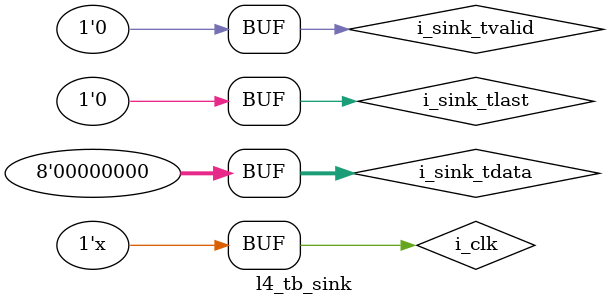
<source format=sv>
`timescale 1ns / 1ps


module l4_tb_sink#(
        parameter int G_BYT = 1,
        parameter int G_BIT_WIDTH = 8 * G_BYT
    )(
    
    );
    
    bit i_clk = '0;
    bit i_sink_tvalid  = '0;
    bit i_sink_tlast = '0;
    logic [G_BIT_WIDTH-1:0] i_sink_tdata = '0;
    
    localparam T_CLK = 1e9 / 1e9;

    l4_sink#( 
        .G_BYT       (G_BYT      ),
        .G_BIT_WIDTH (G_BIT_WIDTH)
    ) SINK (
        .i_clk (i_clk),
        .i_rst ('0   ), 
        .i_sink_tvalid  (i_sink_tvalid),
        .i_sink_tdata   (i_sink_tdata ),
        .i_sink_tlast   (i_sink_tlast )
    );
    
    always#(T_CLK * 10) i_clk = ~i_clk;


    initial
    begin
    // States:
    // S0: Init

    // S1
    /*i_sink_tvalid = '1;  // Header is not coming in
    i_sink_tdata  = 72;
    #(T_CLK * 20)
    i_sink_tvalid = '0;*/
    
    // S2
    #(T_CLK * 20)
    i_sink_tvalid = '1;
    i_sink_tdata = 10;
    #(T_CLK * 20)

    // S3
    #(T_CLK * 20)
    for (int i = 1; i < 11; i++) begin
        i_sink_tdata = i;
        #(T_CLK * 20);
    end
    i_sink_tvalid = '0;

    // S4: Pause

    // S5
    #(T_CLK * 20)
    i_sink_tvalid = '1;
    i_sink_tdata  = 'h5B;
    i_sink_tlast  = '1;
    #(T_CLK * 20)
    i_sink_tvalid = '0;
    i_sink_tlast  = '0;
    i_sink_tdata  = '0;
    end

endmodule

</source>
